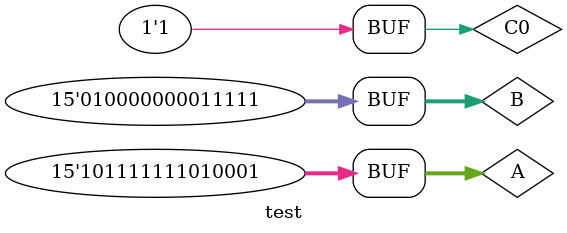
<source format=v>
`timescale 1ns / 1ps


module test;

	// Inputs
	reg C0;
	reg [14:0] A;
	reg [14:0] B;

	// Outputs
	wire [14:0] S;
	wire Carry;
	wire V;

	// Instantiate the Unit Under Test (UUT)
	fiftheen_bit_adder uut (
		.C0(C0), 
		.A(A), 
		.B(B), 
		.S(S), 
		.Carry(Carry), 
		.V(V)
	);

	initial begin
		// Initialize Inputs
      C0 = 0; // no overflow addition wo carry
		A = 15'b000000000101111;
		B = 15'b000000000011111;
		#20;
		C0 = 0; // overflow addition wo carry
		A = 15'b010000000101111;
		B = 15'b010000000011111;
		#20;
		C0 = 0; // no overflow addition w carry ...
		A = 15'b110000000101111;
		B = 15'b110000000011111;
		#20;
		C0 = 0; // overflow addition w carry...
		A = 15'b100000000001111;
		B = 15'b100000000000001;
		
		#20;
		C0 = 1; // no overflow subtraction wo carry...
		A = 15'b000000000000111;
		B = 15'b000100000000001;
		#20;
		C0 = 1; // overflow subtraction wo carry...
		A = 15'b011111111010001;
		B = 15'b100000000000011;
		#20;
		C0 = 1; // no overflow subtraction w carry
		A = 15'b000000000101111;
		B = 15'b000000000011111;
		#20;
		C0 = 1; // overflow subtraction w carry
		A = 15'b101111111010001;
		B = 15'b010000000011111;

	end
      
endmodule


</source>
